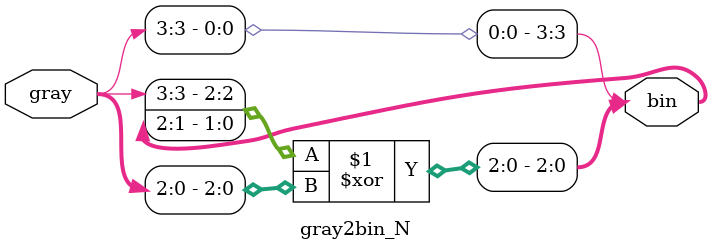
<source format=v>
module bin2gray_N
#(
    parameter N = 4
)(
    input [N-1:0] bin,
    output [N-1:0] gray
);
    assign gray = bin ^ (bin >> 1);
endmodule


module gray2bin_N
#(
    parameter N = 4
)(
    input [N-1:0] gray,
    output [N-1:0] bin
);
    assign bin = {gray[N-1], bin[N-1:1] ^ gray[N-2:0]};
endmodule

</source>
